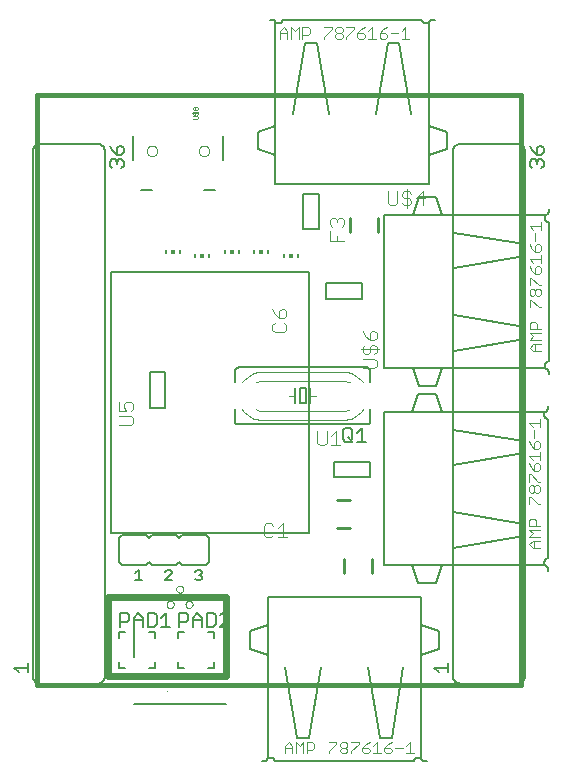
<source format=gto>
G75*
%MOIN*%
%OFA0B0*%
%FSLAX24Y24*%
%IPPOS*%
%LPD*%
%AMOC8*
5,1,8,0,0,1.08239X$1,22.5*
%
%ADD10C,0.0160*%
%ADD11C,0.0240*%
%ADD12C,0.0060*%
%ADD13C,0.0050*%
%ADD14C,0.0080*%
%ADD15C,0.0030*%
%ADD16C,0.0040*%
%ADD17C,0.0010*%
%ADD18C,0.0000*%
%ADD19C,0.0100*%
%ADD20R,0.0059X0.0118*%
%ADD21R,0.0118X0.0118*%
%ADD22C,0.0020*%
D10*
X001046Y002668D02*
X017188Y002668D01*
X017188Y022353D01*
X001046Y022353D01*
X001046Y002668D01*
X003211Y002668D02*
X015022Y002668D01*
X015022Y022353D02*
X003211Y022353D01*
D11*
X003408Y005621D02*
X003408Y002983D01*
X007345Y002983D01*
X007345Y005621D01*
X003408Y005621D01*
D12*
X003898Y006696D02*
X004698Y006696D01*
X004798Y006796D01*
X004898Y006696D01*
X005698Y006696D01*
X005798Y006796D01*
X005898Y006696D01*
X006698Y006696D01*
X006798Y006796D01*
X006798Y007596D01*
X006698Y007696D01*
X005898Y007696D01*
X005798Y007596D01*
X005698Y007696D01*
X004898Y007696D01*
X004798Y007596D01*
X004698Y007696D01*
X003898Y007696D01*
X003798Y007596D01*
X003798Y006796D01*
X003898Y006696D01*
X003992Y004449D02*
X003792Y004449D01*
X003792Y004249D01*
X003792Y003449D02*
X003792Y003249D01*
X003992Y003249D01*
X003317Y002973D02*
X003317Y020473D01*
X003315Y020503D01*
X003310Y020533D01*
X003301Y020562D01*
X003288Y020589D01*
X003273Y020615D01*
X003254Y020639D01*
X003233Y020660D01*
X003209Y020679D01*
X003183Y020694D01*
X003156Y020707D01*
X003127Y020716D01*
X003097Y020721D01*
X003067Y020723D01*
X001167Y020723D01*
X001137Y020721D01*
X001107Y020716D01*
X001078Y020707D01*
X001051Y020694D01*
X001025Y020679D01*
X001001Y020660D01*
X000980Y020639D01*
X000961Y020615D01*
X000946Y020589D01*
X000933Y020562D01*
X000924Y020533D01*
X000919Y020503D01*
X000917Y020473D01*
X000917Y002973D01*
X000919Y002943D01*
X000924Y002913D01*
X000933Y002884D01*
X000946Y002857D01*
X000961Y002831D01*
X000980Y002807D01*
X001001Y002786D01*
X001025Y002767D01*
X001051Y002752D01*
X001078Y002739D01*
X001107Y002730D01*
X001137Y002725D01*
X001167Y002723D01*
X003067Y002723D01*
X003097Y002725D01*
X003127Y002730D01*
X003156Y002739D01*
X003183Y002752D01*
X003209Y002767D01*
X003233Y002786D01*
X003254Y002807D01*
X003273Y002831D01*
X003288Y002857D01*
X003301Y002884D01*
X003310Y002913D01*
X003315Y002943D01*
X003317Y002973D01*
X004792Y003249D02*
X004992Y003249D01*
X004992Y003449D01*
X004992Y004249D02*
X004992Y004449D01*
X004792Y004449D01*
X005761Y004449D02*
X005761Y004249D01*
X005761Y004449D02*
X005961Y004449D01*
X006761Y004449D02*
X006961Y004449D01*
X006961Y004249D01*
X006961Y003449D02*
X006961Y003249D01*
X006761Y003249D01*
X005961Y003249D02*
X005761Y003249D01*
X005761Y003449D01*
X007754Y011364D02*
X012054Y011364D01*
X012071Y011366D01*
X012088Y011370D01*
X012104Y011377D01*
X012118Y011387D01*
X012131Y011400D01*
X012141Y011414D01*
X012148Y011430D01*
X012152Y011447D01*
X012154Y011464D01*
X012154Y011864D01*
X012154Y012764D02*
X012154Y013164D01*
X012152Y013181D01*
X012148Y013198D01*
X012141Y013214D01*
X012131Y013228D01*
X012118Y013241D01*
X012104Y013251D01*
X012088Y013258D01*
X012071Y013262D01*
X012054Y013264D01*
X007754Y013264D01*
X007737Y013262D01*
X007720Y013258D01*
X007704Y013251D01*
X007690Y013241D01*
X007677Y013228D01*
X007667Y013214D01*
X007660Y013198D01*
X007656Y013181D01*
X007654Y013164D01*
X007654Y012764D01*
X007654Y011864D02*
X007654Y011464D01*
X007656Y011447D01*
X007660Y011430D01*
X007667Y011414D01*
X007677Y011400D01*
X007690Y011387D01*
X007704Y011377D01*
X007720Y011370D01*
X007737Y011366D01*
X007754Y011364D01*
X009654Y012064D02*
X009654Y012314D01*
X009654Y012564D01*
X009804Y012564D02*
X009804Y012064D01*
X010004Y012064D01*
X010004Y012564D01*
X009804Y012564D01*
X010154Y012564D02*
X010154Y012314D01*
X010154Y012064D01*
X014917Y020473D02*
X014917Y002973D01*
X014919Y002943D01*
X014924Y002913D01*
X014933Y002884D01*
X014946Y002857D01*
X014961Y002831D01*
X014980Y002807D01*
X015001Y002786D01*
X015025Y002767D01*
X015051Y002752D01*
X015078Y002739D01*
X015107Y002730D01*
X015137Y002725D01*
X015167Y002723D01*
X017067Y002723D01*
X017097Y002725D01*
X017127Y002730D01*
X017156Y002739D01*
X017183Y002752D01*
X017209Y002767D01*
X017233Y002786D01*
X017254Y002807D01*
X017273Y002831D01*
X017288Y002857D01*
X017301Y002884D01*
X017310Y002913D01*
X017315Y002943D01*
X017317Y002973D01*
X017317Y020473D01*
X017315Y020503D01*
X017310Y020533D01*
X017301Y020562D01*
X017288Y020589D01*
X017273Y020615D01*
X017254Y020639D01*
X017233Y020660D01*
X017209Y020679D01*
X017183Y020694D01*
X017156Y020707D01*
X017127Y020716D01*
X017097Y020721D01*
X017067Y020723D01*
X015167Y020723D01*
X015137Y020721D01*
X015107Y020716D01*
X015078Y020707D01*
X015051Y020694D01*
X015025Y020679D01*
X015001Y020660D01*
X014980Y020639D01*
X014961Y020615D01*
X014946Y020589D01*
X014933Y020562D01*
X014924Y020533D01*
X014919Y020503D01*
X014917Y020473D01*
D13*
X017491Y020659D02*
X017566Y020509D01*
X017716Y020359D01*
X017716Y020584D01*
X017792Y020659D01*
X017867Y020659D01*
X017942Y020584D01*
X017942Y020434D01*
X017867Y020359D01*
X017716Y020359D01*
X017641Y020199D02*
X017716Y020123D01*
X017792Y020199D01*
X017867Y020199D01*
X017942Y020123D01*
X017942Y019973D01*
X017867Y019898D01*
X017716Y020048D02*
X017716Y020123D01*
X017641Y020199D02*
X017566Y020199D01*
X017491Y020123D01*
X017491Y019973D01*
X017566Y019898D01*
X011873Y016074D02*
X011873Y015562D01*
X010691Y015562D01*
X010691Y016074D01*
X011873Y016074D01*
X010436Y017865D02*
X010436Y019046D01*
X009924Y019046D01*
X009924Y017865D01*
X010436Y017865D01*
X010126Y016448D02*
X010126Y007748D01*
X003526Y007748D01*
X003526Y016448D01*
X010126Y016448D01*
X011333Y011239D02*
X011483Y011239D01*
X011559Y011164D01*
X011559Y010864D01*
X011483Y010789D01*
X011333Y010789D01*
X011258Y010864D01*
X011258Y011164D01*
X011333Y011239D01*
X011408Y010939D02*
X011559Y010789D01*
X011719Y010789D02*
X012019Y010789D01*
X011869Y010789D02*
X011869Y011239D01*
X011719Y011089D01*
X012148Y010129D02*
X010967Y010129D01*
X010967Y009617D01*
X012148Y009617D01*
X012148Y010129D01*
X007392Y005075D02*
X007467Y005000D01*
X007467Y004925D01*
X007167Y004624D01*
X007467Y004624D01*
X007345Y004692D02*
X007345Y003865D01*
X006932Y004624D02*
X006707Y004624D01*
X006707Y005075D01*
X006932Y005075D01*
X007007Y005000D01*
X007007Y004699D01*
X006932Y004624D01*
X007167Y005000D02*
X007242Y005075D01*
X007392Y005075D01*
X007345Y005676D02*
X006636Y005676D01*
X006493Y006171D02*
X006379Y006171D01*
X006323Y006227D01*
X006436Y006341D02*
X006493Y006341D01*
X006550Y006284D01*
X006550Y006227D01*
X006493Y006171D01*
X006493Y006341D02*
X006550Y006398D01*
X006550Y006454D01*
X006493Y006511D01*
X006379Y006511D01*
X006323Y006454D01*
X005550Y006454D02*
X005493Y006511D01*
X005379Y006511D01*
X005323Y006454D01*
X005550Y006398D02*
X005323Y006171D01*
X005550Y006171D01*
X005550Y006398D02*
X005550Y006454D01*
X004983Y005676D02*
X004274Y005676D01*
X004323Y006171D02*
X004550Y006171D01*
X004436Y006171D02*
X004436Y006511D01*
X004323Y006398D01*
X004428Y005075D02*
X004578Y004925D01*
X004578Y004624D01*
X004738Y004624D02*
X004963Y004624D01*
X005038Y004699D01*
X005038Y005000D01*
X004963Y005075D01*
X004738Y005075D01*
X004738Y004624D01*
X004578Y004849D02*
X004278Y004849D01*
X004278Y004925D02*
X004428Y005075D01*
X004278Y004925D02*
X004278Y004624D01*
X004274Y004692D02*
X004274Y003629D01*
X003817Y004624D02*
X003817Y005075D01*
X004042Y005075D01*
X004118Y005000D01*
X004118Y004849D01*
X004042Y004774D01*
X003817Y004774D01*
X005198Y004624D02*
X005499Y004624D01*
X005349Y004624D02*
X005349Y005075D01*
X005198Y004925D01*
X005786Y005075D02*
X005786Y004624D01*
X005786Y004774D02*
X006011Y004774D01*
X006086Y004849D01*
X006086Y005000D01*
X006011Y005075D01*
X005786Y005075D01*
X006246Y004925D02*
X006246Y004624D01*
X006246Y004849D02*
X006546Y004849D01*
X006546Y004925D02*
X006546Y004624D01*
X006546Y004925D02*
X006396Y005075D01*
X006246Y004925D01*
X007345Y002054D02*
X004274Y002054D01*
X000742Y003098D02*
X000742Y003399D01*
X000742Y003248D02*
X000291Y003248D01*
X000441Y003098D01*
X004806Y011920D02*
X004806Y013101D01*
X005317Y013101D01*
X005317Y011920D01*
X004806Y011920D01*
X003867Y019898D02*
X003942Y019973D01*
X003942Y020123D01*
X003867Y020199D01*
X003792Y020199D01*
X003716Y020123D01*
X003716Y020048D01*
X003716Y020123D02*
X003641Y020199D01*
X003566Y020199D01*
X003491Y020123D01*
X003491Y019973D01*
X003566Y019898D01*
X003716Y020359D02*
X003716Y020584D01*
X003792Y020659D01*
X003867Y020659D01*
X003942Y020584D01*
X003942Y020434D01*
X003867Y020359D01*
X003716Y020359D01*
X003566Y020509D01*
X003491Y020659D01*
X014742Y003399D02*
X014742Y003098D01*
X014742Y003248D02*
X014291Y003248D01*
X014441Y003098D01*
D14*
X014448Y003880D02*
X013857Y003683D01*
X013857Y004668D01*
X014448Y004471D01*
X014448Y003880D01*
X013857Y003683D02*
X013857Y000258D01*
X013739Y000258D01*
X013718Y000256D01*
X013699Y000251D01*
X013680Y000242D01*
X013663Y000230D01*
X013649Y000216D01*
X013637Y000199D01*
X013628Y000180D01*
X013623Y000160D01*
X013621Y000140D01*
X008975Y000140D01*
X008973Y000160D01*
X008968Y000180D01*
X008959Y000199D01*
X008947Y000216D01*
X008933Y000230D01*
X008916Y000242D01*
X008897Y000251D01*
X008877Y000256D01*
X008857Y000258D01*
X008739Y000258D01*
X008739Y003683D01*
X008149Y003880D01*
X008149Y004471D01*
X008739Y004668D01*
X008739Y003683D01*
X009330Y003290D02*
X009723Y000927D01*
X010117Y000927D01*
X010511Y003290D01*
X012086Y003290D02*
X012479Y000927D01*
X012873Y000927D01*
X013267Y003290D01*
X013857Y004668D02*
X013857Y005612D01*
X008739Y005612D01*
X008739Y004668D01*
X008739Y000258D02*
X008739Y000258D01*
X008737Y000238D01*
X008732Y000218D01*
X008723Y000199D01*
X008711Y000182D01*
X008697Y000168D01*
X008680Y000156D01*
X008661Y000147D01*
X008641Y000142D01*
X008621Y000140D01*
X008542Y000140D01*
X012608Y006668D02*
X013553Y006668D01*
X013750Y006078D01*
X014341Y006078D01*
X014537Y006668D01*
X017963Y006668D01*
X017963Y006668D01*
X017963Y006786D01*
X017965Y006806D01*
X017970Y006826D01*
X017979Y006845D01*
X017991Y006862D01*
X018005Y006876D01*
X018022Y006888D01*
X018041Y006897D01*
X018061Y006902D01*
X018081Y006904D01*
X018081Y011550D01*
X018061Y011552D01*
X018041Y011557D01*
X018022Y011566D01*
X018005Y011578D01*
X017991Y011592D01*
X017979Y011609D01*
X017970Y011628D01*
X017965Y011647D01*
X017963Y011668D01*
X017963Y011786D01*
X014537Y011786D01*
X014341Y012377D01*
X013750Y012377D01*
X013553Y011786D01*
X012608Y011786D01*
X012608Y006668D01*
X013553Y006668D02*
X014537Y006668D01*
X014931Y007259D02*
X017293Y007652D01*
X017293Y008046D01*
X014931Y008440D01*
X014931Y010015D02*
X017293Y010408D01*
X017293Y010802D01*
X014931Y011196D01*
X014537Y011786D02*
X013553Y011786D01*
X013775Y012641D02*
X014366Y012641D01*
X014562Y013231D01*
X017988Y013231D01*
X017988Y013231D01*
X017988Y013349D01*
X017990Y013369D01*
X017995Y013389D01*
X018004Y013408D01*
X018016Y013425D01*
X018030Y013439D01*
X018047Y013451D01*
X018066Y013460D01*
X018086Y013465D01*
X018106Y013467D01*
X018106Y018113D01*
X018086Y018115D01*
X018066Y018120D01*
X018047Y018129D01*
X018030Y018141D01*
X018016Y018155D01*
X018004Y018172D01*
X017995Y018191D01*
X017990Y018210D01*
X017988Y018231D01*
X017988Y018349D01*
X014562Y018349D01*
X014366Y018940D01*
X013775Y018940D01*
X013578Y018349D01*
X012633Y018349D01*
X012633Y013231D01*
X013578Y013231D01*
X013775Y012641D01*
X013578Y013231D02*
X014562Y013231D01*
X014956Y013822D02*
X017318Y014215D01*
X017318Y014609D01*
X014956Y015003D01*
X014956Y016578D02*
X017318Y016971D01*
X017318Y017365D01*
X014956Y017759D01*
X014562Y018349D02*
X013578Y018349D01*
X014119Y019389D02*
X014119Y020334D01*
X014710Y020531D01*
X014710Y021121D01*
X014119Y021318D01*
X014119Y024743D01*
X014001Y024743D01*
X014119Y024743D02*
X014119Y024743D01*
X014121Y024763D01*
X014126Y024783D01*
X014135Y024802D01*
X014147Y024819D01*
X014161Y024833D01*
X014178Y024845D01*
X014197Y024854D01*
X014217Y024859D01*
X014237Y024861D01*
X014316Y024861D01*
X014001Y024743D02*
X013981Y024745D01*
X013961Y024750D01*
X013942Y024759D01*
X013925Y024771D01*
X013911Y024785D01*
X013899Y024802D01*
X013890Y024821D01*
X013885Y024841D01*
X013883Y024861D01*
X009237Y024861D01*
X009235Y024841D01*
X009230Y024821D01*
X009221Y024802D01*
X009209Y024785D01*
X009195Y024771D01*
X009178Y024759D01*
X009159Y024750D01*
X009140Y024745D01*
X009119Y024743D01*
X009001Y024743D01*
X009001Y021318D01*
X008411Y021121D01*
X008411Y020531D01*
X009001Y020334D01*
X009001Y019389D01*
X014119Y019389D01*
X014119Y020334D02*
X014119Y021318D01*
X013529Y021712D02*
X013135Y024074D01*
X012741Y024074D01*
X012348Y021712D01*
X010773Y021712D02*
X010379Y024074D01*
X009985Y024074D01*
X009592Y021712D01*
X009001Y021318D02*
X009001Y020334D01*
X007247Y020168D02*
X007247Y020995D01*
X006971Y019184D02*
X006617Y019184D01*
X004885Y019184D02*
X004530Y019184D01*
X004255Y020168D02*
X004255Y020995D01*
X008883Y024861D02*
X008903Y024859D01*
X008923Y024854D01*
X008942Y024845D01*
X008959Y024833D01*
X008973Y024819D01*
X008985Y024802D01*
X008994Y024783D01*
X008999Y024763D01*
X009001Y024743D01*
X008883Y024861D02*
X008804Y024861D01*
X017988Y018349D02*
X018008Y018351D01*
X018028Y018356D01*
X018047Y018365D01*
X018064Y018377D01*
X018078Y018391D01*
X018090Y018408D01*
X018099Y018427D01*
X018104Y018447D01*
X018106Y018467D01*
X018106Y018546D01*
X018106Y013113D02*
X018106Y013034D01*
X018106Y013113D02*
X018104Y013133D01*
X018099Y013153D01*
X018090Y013172D01*
X018078Y013189D01*
X018064Y013203D01*
X018047Y013215D01*
X018028Y013224D01*
X018008Y013229D01*
X017988Y013231D01*
X018081Y011983D02*
X018081Y011904D01*
X018079Y011884D01*
X018074Y011864D01*
X018065Y011845D01*
X018053Y011828D01*
X018039Y011814D01*
X018022Y011802D01*
X018003Y011793D01*
X017983Y011788D01*
X017963Y011786D01*
X017963Y006668D02*
X017983Y006666D01*
X018003Y006661D01*
X018022Y006652D01*
X018039Y006640D01*
X018053Y006626D01*
X018065Y006609D01*
X018074Y006590D01*
X018079Y006570D01*
X018081Y006550D01*
X018081Y006471D01*
X013857Y000258D02*
X013859Y000238D01*
X013864Y000218D01*
X013873Y000199D01*
X013885Y000182D01*
X013899Y000168D01*
X013916Y000156D01*
X013935Y000147D01*
X013955Y000142D01*
X013975Y000140D01*
X014054Y000140D01*
D15*
X013612Y000405D02*
X013365Y000405D01*
X013488Y000405D02*
X013488Y000775D01*
X013365Y000652D01*
X013243Y000590D02*
X012996Y000590D01*
X012875Y000528D02*
X012875Y000467D01*
X012813Y000405D01*
X012690Y000405D01*
X012628Y000467D01*
X012628Y000590D01*
X012813Y000590D01*
X012875Y000528D01*
X012752Y000714D02*
X012628Y000590D01*
X012752Y000714D02*
X012875Y000775D01*
X012383Y000775D02*
X012383Y000405D01*
X012260Y000405D02*
X012507Y000405D01*
X012260Y000652D02*
X012383Y000775D01*
X012138Y000775D02*
X012015Y000714D01*
X011891Y000590D01*
X012077Y000590D01*
X012138Y000528D01*
X012138Y000467D01*
X012077Y000405D01*
X011953Y000405D01*
X011891Y000467D01*
X011891Y000590D01*
X011770Y000714D02*
X011770Y000775D01*
X011523Y000775D01*
X011402Y000714D02*
X011402Y000652D01*
X011340Y000590D01*
X011217Y000590D01*
X011155Y000652D01*
X011155Y000714D01*
X011217Y000775D01*
X011340Y000775D01*
X011402Y000714D01*
X011340Y000590D02*
X011402Y000528D01*
X011402Y000467D01*
X011340Y000405D01*
X011217Y000405D01*
X011155Y000467D01*
X011155Y000528D01*
X011217Y000590D01*
X011033Y000714D02*
X011033Y000775D01*
X010786Y000775D01*
X011033Y000714D02*
X010786Y000467D01*
X010786Y000405D01*
X010297Y000590D02*
X010235Y000528D01*
X010050Y000528D01*
X010050Y000405D02*
X010050Y000775D01*
X010235Y000775D01*
X010297Y000714D01*
X010297Y000590D01*
X009928Y000775D02*
X009928Y000405D01*
X009805Y000652D02*
X009928Y000775D01*
X009805Y000652D02*
X009682Y000775D01*
X009682Y000405D01*
X009560Y000405D02*
X009560Y000652D01*
X009437Y000775D01*
X009313Y000652D01*
X009313Y000405D01*
X009313Y000590D02*
X009560Y000590D01*
X011523Y000467D02*
X011523Y000405D01*
X011523Y000467D02*
X011770Y000714D01*
X017569Y007242D02*
X017445Y007366D01*
X017569Y007489D01*
X017816Y007489D01*
X017816Y007611D02*
X017445Y007611D01*
X017569Y007734D01*
X017445Y007857D01*
X017816Y007857D01*
X017816Y007979D02*
X017445Y007979D01*
X017445Y008164D01*
X017507Y008226D01*
X017631Y008226D01*
X017692Y008164D01*
X017692Y007979D01*
X017631Y007489D02*
X017631Y007242D01*
X017569Y007242D02*
X017816Y007242D01*
X017816Y008715D02*
X017754Y008715D01*
X017507Y008962D01*
X017445Y008962D01*
X017445Y008715D01*
X017507Y009084D02*
X017445Y009145D01*
X017445Y009269D01*
X017507Y009331D01*
X017569Y009331D01*
X017631Y009269D01*
X017631Y009145D01*
X017569Y009084D01*
X017507Y009084D01*
X017631Y009145D02*
X017692Y009084D01*
X017754Y009084D01*
X017816Y009145D01*
X017816Y009269D01*
X017754Y009331D01*
X017692Y009331D01*
X017631Y009269D01*
X017754Y009452D02*
X017507Y009699D01*
X017445Y009699D01*
X017445Y009452D01*
X017754Y009452D02*
X017816Y009452D01*
X017754Y009820D02*
X017631Y009820D01*
X017631Y010006D01*
X017692Y010067D01*
X017754Y010067D01*
X017816Y010006D01*
X017816Y009882D01*
X017754Y009820D01*
X017631Y009820D02*
X017507Y009944D01*
X017445Y010067D01*
X017569Y010189D02*
X017445Y010312D01*
X017816Y010312D01*
X017816Y010189D02*
X017816Y010436D01*
X017754Y010557D02*
X017631Y010557D01*
X017631Y010742D01*
X017692Y010804D01*
X017754Y010804D01*
X017816Y010742D01*
X017816Y010619D01*
X017754Y010557D01*
X017631Y010557D02*
X017507Y010680D01*
X017445Y010804D01*
X017631Y010925D02*
X017631Y011172D01*
X017569Y011294D02*
X017445Y011417D01*
X017816Y011417D01*
X017816Y011294D02*
X017816Y011541D01*
X017841Y013805D02*
X017594Y013805D01*
X017470Y013929D01*
X017594Y014052D01*
X017841Y014052D01*
X017841Y014174D02*
X017470Y014174D01*
X017594Y014297D01*
X017470Y014420D01*
X017841Y014420D01*
X017841Y014542D02*
X017470Y014542D01*
X017470Y014727D01*
X017532Y014789D01*
X017656Y014789D01*
X017717Y014727D01*
X017717Y014542D01*
X017656Y014052D02*
X017656Y013805D01*
X017779Y015278D02*
X017841Y015278D01*
X017779Y015278D02*
X017532Y015525D01*
X017470Y015525D01*
X017470Y015278D01*
X017532Y015647D02*
X017470Y015708D01*
X017470Y015832D01*
X017532Y015894D01*
X017594Y015894D01*
X017656Y015832D01*
X017656Y015708D01*
X017594Y015647D01*
X017532Y015647D01*
X017656Y015708D02*
X017717Y015647D01*
X017779Y015647D01*
X017841Y015708D01*
X017841Y015832D01*
X017779Y015894D01*
X017717Y015894D01*
X017656Y015832D01*
X017779Y016015D02*
X017841Y016015D01*
X017779Y016015D02*
X017532Y016262D01*
X017470Y016262D01*
X017470Y016015D01*
X017656Y016383D02*
X017656Y016569D01*
X017717Y016630D01*
X017779Y016630D01*
X017841Y016569D01*
X017841Y016445D01*
X017779Y016383D01*
X017656Y016383D01*
X017532Y016507D01*
X017470Y016630D01*
X017594Y016752D02*
X017470Y016875D01*
X017841Y016875D01*
X017841Y016752D02*
X017841Y016999D01*
X017779Y017120D02*
X017656Y017120D01*
X017656Y017305D01*
X017717Y017367D01*
X017779Y017367D01*
X017841Y017305D01*
X017841Y017182D01*
X017779Y017120D01*
X017656Y017120D02*
X017532Y017243D01*
X017470Y017367D01*
X017656Y017488D02*
X017656Y017735D01*
X017594Y017857D02*
X017470Y017980D01*
X017841Y017980D01*
X017841Y017857D02*
X017841Y018104D01*
X013454Y024226D02*
X013207Y024226D01*
X013330Y024226D02*
X013330Y024597D01*
X013207Y024473D01*
X013085Y024411D02*
X012839Y024411D01*
X012717Y024350D02*
X012655Y024411D01*
X012470Y024411D01*
X012470Y024288D01*
X012532Y024226D01*
X012655Y024226D01*
X012717Y024288D01*
X012717Y024350D01*
X012594Y024535D02*
X012470Y024411D01*
X012594Y024535D02*
X012717Y024597D01*
X012225Y024597D02*
X012225Y024226D01*
X012102Y024226D02*
X012349Y024226D01*
X012102Y024473D02*
X012225Y024597D01*
X011980Y024597D02*
X011857Y024535D01*
X011734Y024411D01*
X011919Y024411D01*
X011980Y024350D01*
X011980Y024288D01*
X011919Y024226D01*
X011795Y024226D01*
X011734Y024288D01*
X011734Y024411D01*
X011612Y024535D02*
X011365Y024288D01*
X011365Y024226D01*
X011244Y024288D02*
X011182Y024226D01*
X011059Y024226D01*
X010997Y024288D01*
X010997Y024350D01*
X011059Y024411D01*
X011182Y024411D01*
X011244Y024350D01*
X011244Y024288D01*
X011182Y024411D02*
X011244Y024473D01*
X011244Y024535D01*
X011182Y024597D01*
X011059Y024597D01*
X010997Y024535D01*
X010997Y024473D01*
X011059Y024411D01*
X010876Y024535D02*
X010629Y024288D01*
X010629Y024226D01*
X010629Y024597D02*
X010876Y024597D01*
X010876Y024535D01*
X011365Y024597D02*
X011612Y024597D01*
X011612Y024535D01*
X010139Y024535D02*
X010139Y024411D01*
X010077Y024350D01*
X009892Y024350D01*
X009892Y024226D02*
X009892Y024597D01*
X010077Y024597D01*
X010139Y024535D01*
X009771Y024597D02*
X009771Y024226D01*
X009524Y024226D02*
X009524Y024597D01*
X009647Y024473D01*
X009771Y024597D01*
X009402Y024473D02*
X009402Y024226D01*
X009402Y024411D02*
X009155Y024411D01*
X009155Y024473D02*
X009279Y024597D01*
X009402Y024473D01*
X009155Y024473D02*
X009155Y024226D01*
D16*
X012758Y019133D02*
X012758Y018749D01*
X012835Y018673D01*
X012988Y018673D01*
X013065Y018749D01*
X013065Y019133D01*
X013218Y019056D02*
X013218Y018979D01*
X013295Y018903D01*
X013449Y018903D01*
X013525Y018826D01*
X013525Y018749D01*
X013449Y018673D01*
X013295Y018673D01*
X013218Y018749D01*
X013372Y018596D02*
X013372Y019210D01*
X013449Y019133D02*
X013525Y019056D01*
X013449Y019133D02*
X013295Y019133D01*
X013218Y019056D01*
X013679Y018903D02*
X013986Y018903D01*
X013909Y018673D02*
X013909Y019133D01*
X013679Y018903D01*
X011281Y018183D02*
X011281Y018030D01*
X011205Y017953D01*
X011051Y018106D02*
X011051Y018183D01*
X011128Y018260D01*
X011205Y018260D01*
X011281Y018183D01*
X011051Y018183D02*
X010974Y018260D01*
X010898Y018260D01*
X010821Y018183D01*
X010821Y018030D01*
X010898Y017953D01*
X010821Y017799D02*
X010821Y017492D01*
X011281Y017492D01*
X011051Y017492D02*
X011051Y017646D01*
X009286Y015214D02*
X009209Y015214D01*
X009132Y015137D01*
X009132Y014907D01*
X009286Y014907D01*
X009362Y014984D01*
X009362Y015137D01*
X009286Y015214D01*
X008979Y015060D02*
X009132Y014907D01*
X008979Y015060D02*
X008902Y015214D01*
X008979Y014753D02*
X008902Y014677D01*
X008902Y014523D01*
X008979Y014446D01*
X009286Y014446D01*
X009362Y014523D01*
X009362Y014677D01*
X009286Y014753D01*
X011917Y014479D02*
X011993Y014325D01*
X012147Y014172D01*
X012147Y014402D01*
X012224Y014479D01*
X012300Y014479D01*
X012377Y014402D01*
X012377Y014249D01*
X012300Y014172D01*
X012147Y014172D01*
X012224Y014018D02*
X012147Y013942D01*
X012147Y013788D01*
X012070Y013711D01*
X011993Y013711D01*
X011917Y013788D01*
X011917Y013942D01*
X011993Y014018D01*
X011840Y013865D02*
X012454Y013865D01*
X012377Y013942D02*
X012300Y014018D01*
X012224Y014018D01*
X012377Y013942D02*
X012377Y013788D01*
X012300Y013711D01*
X012300Y013558D02*
X011917Y013558D01*
X011917Y013251D02*
X012300Y013251D01*
X012377Y013328D01*
X012377Y013481D01*
X012300Y013558D01*
X011010Y011141D02*
X011010Y010680D01*
X010857Y010680D02*
X011164Y010680D01*
X010857Y010987D02*
X011010Y011141D01*
X010703Y011141D02*
X010703Y010757D01*
X010627Y010680D01*
X010473Y010680D01*
X010397Y010757D01*
X010397Y011141D01*
X009237Y008072D02*
X009237Y007611D01*
X009390Y007611D02*
X009083Y007611D01*
X008930Y007688D02*
X008853Y007611D01*
X008700Y007611D01*
X008623Y007688D01*
X008623Y007995D01*
X008700Y008072D01*
X008853Y008072D01*
X008930Y007995D01*
X009083Y007918D02*
X009237Y008072D01*
X005401Y002485D02*
X005401Y002485D01*
X004177Y011350D02*
X003794Y011350D01*
X003794Y011656D02*
X004177Y011656D01*
X004254Y011580D01*
X004254Y011426D01*
X004177Y011350D01*
X004177Y011810D02*
X004254Y011887D01*
X004254Y012040D01*
X004177Y012117D01*
X004024Y012117D01*
X003947Y012040D01*
X003947Y011963D01*
X004024Y011810D01*
X003794Y011810D01*
X003794Y012117D01*
D17*
X006256Y021546D02*
X006381Y021546D01*
X006406Y021571D01*
X006406Y021621D01*
X006381Y021646D01*
X006256Y021646D01*
X006281Y021693D02*
X006256Y021719D01*
X006256Y021769D01*
X006281Y021794D01*
X006281Y021841D02*
X006306Y021841D01*
X006331Y021866D01*
X006331Y021916D01*
X006356Y021941D01*
X006381Y021941D01*
X006406Y021916D01*
X006406Y021866D01*
X006381Y021841D01*
X006356Y021841D01*
X006331Y021866D01*
X006331Y021916D02*
X006306Y021941D01*
X006281Y021941D01*
X006256Y021916D01*
X006256Y021866D01*
X006281Y021841D01*
X006331Y021769D02*
X006331Y021719D01*
X006306Y021693D01*
X006281Y021693D01*
X006231Y021744D02*
X006431Y021744D01*
X006406Y021719D02*
X006406Y021769D01*
X006381Y021794D01*
X006356Y021794D01*
X006331Y021769D01*
X006381Y021693D02*
X006406Y021719D01*
D18*
X006440Y020483D02*
X006442Y020509D01*
X006448Y020535D01*
X006458Y020560D01*
X006471Y020583D01*
X006487Y020603D01*
X006507Y020621D01*
X006529Y020636D01*
X006552Y020648D01*
X006578Y020656D01*
X006604Y020660D01*
X006630Y020660D01*
X006656Y020656D01*
X006682Y020648D01*
X006706Y020636D01*
X006727Y020621D01*
X006747Y020603D01*
X006763Y020583D01*
X006776Y020560D01*
X006786Y020535D01*
X006792Y020509D01*
X006794Y020483D01*
X006792Y020457D01*
X006786Y020431D01*
X006776Y020406D01*
X006763Y020383D01*
X006747Y020363D01*
X006727Y020345D01*
X006705Y020330D01*
X006682Y020318D01*
X006656Y020310D01*
X006630Y020306D01*
X006604Y020306D01*
X006578Y020310D01*
X006552Y020318D01*
X006528Y020330D01*
X006507Y020345D01*
X006487Y020363D01*
X006471Y020383D01*
X006458Y020406D01*
X006448Y020431D01*
X006442Y020457D01*
X006440Y020483D01*
X004708Y020483D02*
X004710Y020509D01*
X004716Y020535D01*
X004726Y020560D01*
X004739Y020583D01*
X004755Y020603D01*
X004775Y020621D01*
X004797Y020636D01*
X004820Y020648D01*
X004846Y020656D01*
X004872Y020660D01*
X004898Y020660D01*
X004924Y020656D01*
X004950Y020648D01*
X004974Y020636D01*
X004995Y020621D01*
X005015Y020603D01*
X005031Y020583D01*
X005044Y020560D01*
X005054Y020535D01*
X005060Y020509D01*
X005062Y020483D01*
X005060Y020457D01*
X005054Y020431D01*
X005044Y020406D01*
X005031Y020383D01*
X005015Y020363D01*
X004995Y020345D01*
X004973Y020330D01*
X004950Y020318D01*
X004924Y020310D01*
X004898Y020306D01*
X004872Y020306D01*
X004846Y020310D01*
X004820Y020318D01*
X004796Y020330D01*
X004775Y020345D01*
X004755Y020363D01*
X004739Y020383D01*
X004726Y020406D01*
X004716Y020431D01*
X004710Y020457D01*
X004708Y020483D01*
X005692Y005876D02*
X005694Y005897D01*
X005700Y005917D01*
X005709Y005937D01*
X005721Y005954D01*
X005736Y005968D01*
X005754Y005980D01*
X005774Y005988D01*
X005794Y005993D01*
X005815Y005994D01*
X005836Y005991D01*
X005856Y005985D01*
X005875Y005974D01*
X005892Y005961D01*
X005905Y005945D01*
X005916Y005927D01*
X005924Y005907D01*
X005928Y005887D01*
X005928Y005865D01*
X005924Y005845D01*
X005916Y005825D01*
X005905Y005807D01*
X005892Y005791D01*
X005875Y005778D01*
X005856Y005767D01*
X005836Y005761D01*
X005815Y005758D01*
X005794Y005759D01*
X005774Y005764D01*
X005754Y005772D01*
X005736Y005784D01*
X005721Y005798D01*
X005709Y005815D01*
X005700Y005835D01*
X005694Y005855D01*
X005692Y005876D01*
X005372Y005366D02*
X005374Y005387D01*
X005380Y005407D01*
X005389Y005427D01*
X005401Y005444D01*
X005416Y005458D01*
X005434Y005470D01*
X005454Y005478D01*
X005474Y005483D01*
X005495Y005484D01*
X005516Y005481D01*
X005536Y005475D01*
X005555Y005464D01*
X005572Y005451D01*
X005585Y005435D01*
X005596Y005417D01*
X005604Y005397D01*
X005608Y005377D01*
X005608Y005355D01*
X005604Y005335D01*
X005596Y005315D01*
X005585Y005297D01*
X005572Y005281D01*
X005555Y005268D01*
X005536Y005257D01*
X005516Y005251D01*
X005495Y005248D01*
X005474Y005249D01*
X005454Y005254D01*
X005434Y005262D01*
X005416Y005274D01*
X005401Y005288D01*
X005389Y005305D01*
X005380Y005325D01*
X005374Y005345D01*
X005372Y005366D01*
X006002Y005366D02*
X006004Y005387D01*
X006010Y005407D01*
X006019Y005427D01*
X006031Y005444D01*
X006046Y005458D01*
X006064Y005470D01*
X006084Y005478D01*
X006104Y005483D01*
X006125Y005484D01*
X006146Y005481D01*
X006166Y005475D01*
X006185Y005464D01*
X006202Y005451D01*
X006215Y005435D01*
X006226Y005417D01*
X006234Y005397D01*
X006238Y005377D01*
X006238Y005355D01*
X006234Y005335D01*
X006226Y005315D01*
X006215Y005297D01*
X006202Y005281D01*
X006185Y005268D01*
X006166Y005257D01*
X006146Y005251D01*
X006125Y005248D01*
X006104Y005249D01*
X006084Y005254D01*
X006064Y005262D01*
X006046Y005274D01*
X006031Y005288D01*
X006019Y005305D01*
X006010Y005325D01*
X006004Y005345D01*
X006002Y005366D01*
D19*
X011042Y007897D02*
X011502Y007897D01*
X011502Y008857D02*
X011042Y008857D01*
X011274Y006885D02*
X011274Y006425D01*
X012234Y006425D02*
X012234Y006885D01*
X012431Y017782D02*
X012431Y018242D01*
X011471Y018242D02*
X011471Y017782D01*
D20*
X009747Y016979D03*
X009274Y016979D03*
X008762Y017097D03*
X008290Y017097D03*
X007778Y017097D03*
X007306Y017097D03*
X006794Y016979D03*
X006321Y016979D03*
X005810Y017097D03*
X005337Y017097D03*
D21*
X005573Y017097D03*
X006558Y016979D03*
X007542Y017097D03*
X008526Y017097D03*
X009510Y016979D03*
D22*
X008554Y013114D02*
X011254Y013114D01*
X011254Y012814D02*
X008554Y012814D01*
X008516Y012813D01*
X008479Y012808D01*
X008442Y012801D01*
X008406Y012792D01*
X008370Y012779D01*
X008336Y012764D01*
X007893Y011864D02*
X007925Y011819D01*
X007961Y011777D01*
X008000Y011737D01*
X008042Y011700D01*
X008085Y011666D01*
X008132Y011635D01*
X008180Y011607D01*
X008230Y011583D01*
X008281Y011562D01*
X008334Y011545D01*
X008388Y011531D01*
X008443Y011522D01*
X008498Y011516D01*
X008554Y011514D01*
X011254Y011514D01*
X011254Y011814D02*
X008554Y011814D01*
X008516Y011815D01*
X008479Y011820D01*
X008442Y011827D01*
X008406Y011836D01*
X008370Y011849D01*
X008336Y011864D01*
X007893Y012764D02*
X007925Y012809D01*
X007961Y012851D01*
X008000Y012891D01*
X008041Y012928D01*
X008085Y012962D01*
X008132Y012993D01*
X008180Y013021D01*
X008230Y013045D01*
X008281Y013066D01*
X008334Y013083D01*
X008388Y013097D01*
X008443Y013106D01*
X008498Y013112D01*
X008554Y013114D01*
X009454Y012314D02*
X009654Y012314D01*
X010154Y012314D02*
X010354Y012314D01*
X011254Y011514D02*
X011310Y011516D01*
X011365Y011522D01*
X011420Y011531D01*
X011474Y011545D01*
X011527Y011562D01*
X011578Y011583D01*
X011628Y011607D01*
X011676Y011635D01*
X011723Y011666D01*
X011767Y011700D01*
X011808Y011737D01*
X011847Y011777D01*
X011883Y011819D01*
X011915Y011864D01*
X011915Y012764D02*
X011883Y012809D01*
X011847Y012851D01*
X011808Y012891D01*
X011766Y012928D01*
X011723Y012962D01*
X011676Y012993D01*
X011628Y013021D01*
X011578Y013045D01*
X011527Y013066D01*
X011474Y013083D01*
X011420Y013097D01*
X011365Y013106D01*
X011310Y013112D01*
X011254Y013114D01*
X011254Y012814D02*
X011292Y012813D01*
X011329Y012808D01*
X011366Y012801D01*
X011402Y012792D01*
X011438Y012779D01*
X011472Y012764D01*
X011472Y011864D02*
X011438Y011849D01*
X011402Y011836D01*
X011366Y011827D01*
X011329Y011820D01*
X011292Y011815D01*
X011254Y011814D01*
M02*

</source>
